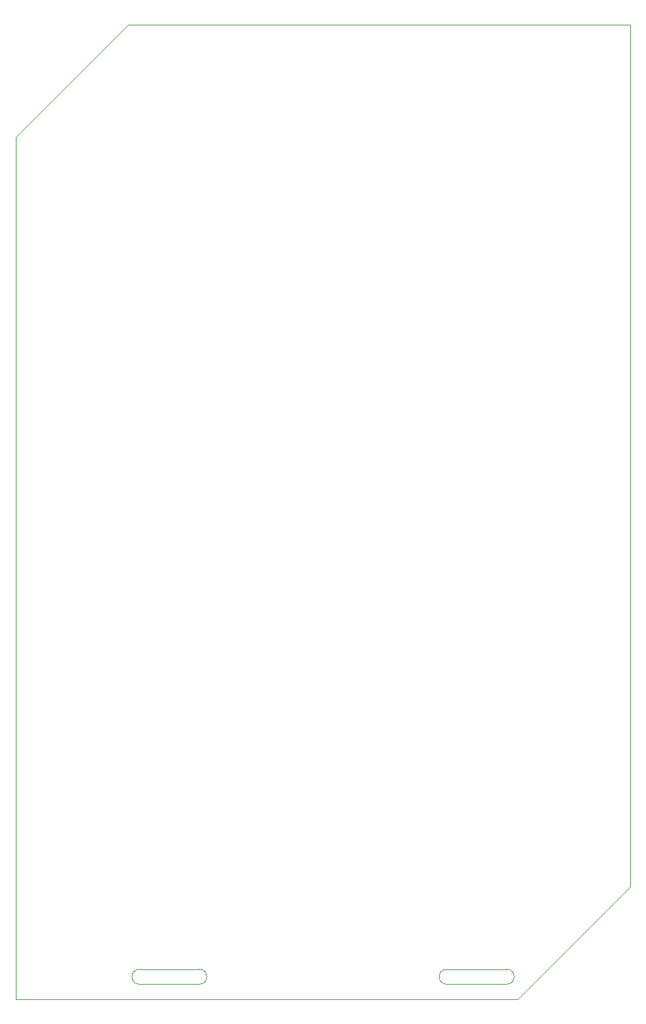
<source format=gbr>
%TF.GenerationSoftware,KiCad,Pcbnew,8.0.0-8.0.0-1~ubuntu20.04.1*%
%TF.CreationDate,2024-04-22T05:37:02+08:00*%
%TF.ProjectId,pcb_badge,7063625f-6261-4646-9765-2e6b69636164,rev?*%
%TF.SameCoordinates,Original*%
%TF.FileFunction,Profile,NP*%
%FSLAX46Y46*%
G04 Gerber Fmt 4.6, Leading zero omitted, Abs format (unit mm)*
G04 Created by KiCad (PCBNEW 8.0.0-8.0.0-1~ubuntu20.04.1) date 2024-04-22 05:37:02*
%MOMM*%
%LPD*%
G01*
G04 APERTURE LIST*
%TA.AperFunction,Profile*%
%ADD10C,0.100000*%
%TD*%
G04 APERTURE END LIST*
D10*
X139500000Y-156000000D02*
G75*
G02*
X139500000Y-158000000I0J-1000000D01*
G01*
X90500000Y-158000000D02*
X98500000Y-158000000D01*
X90500000Y-158000000D02*
G75*
G02*
X90500000Y-156000000I0J1000000D01*
G01*
X89000000Y-30000000D02*
X156000000Y-30000000D01*
X74000000Y-45000000D02*
X74000000Y-160000000D01*
X131500000Y-156000000D02*
X139500000Y-156000000D01*
X131500000Y-158000000D02*
X139500000Y-158000000D01*
X131500000Y-158000000D02*
G75*
G02*
X131500000Y-156000000I0J1000000D01*
G01*
X141000000Y-160000000D02*
X156000000Y-145000000D01*
X90500000Y-156000000D02*
X98500000Y-156000000D01*
X98500000Y-156000000D02*
G75*
G02*
X98500000Y-158000000I0J-1000000D01*
G01*
X74000000Y-160000000D02*
X141000000Y-160000000D01*
X156000000Y-145000000D02*
X156000000Y-30000000D01*
X89000000Y-30000000D02*
X74000000Y-45000000D01*
M02*

</source>
